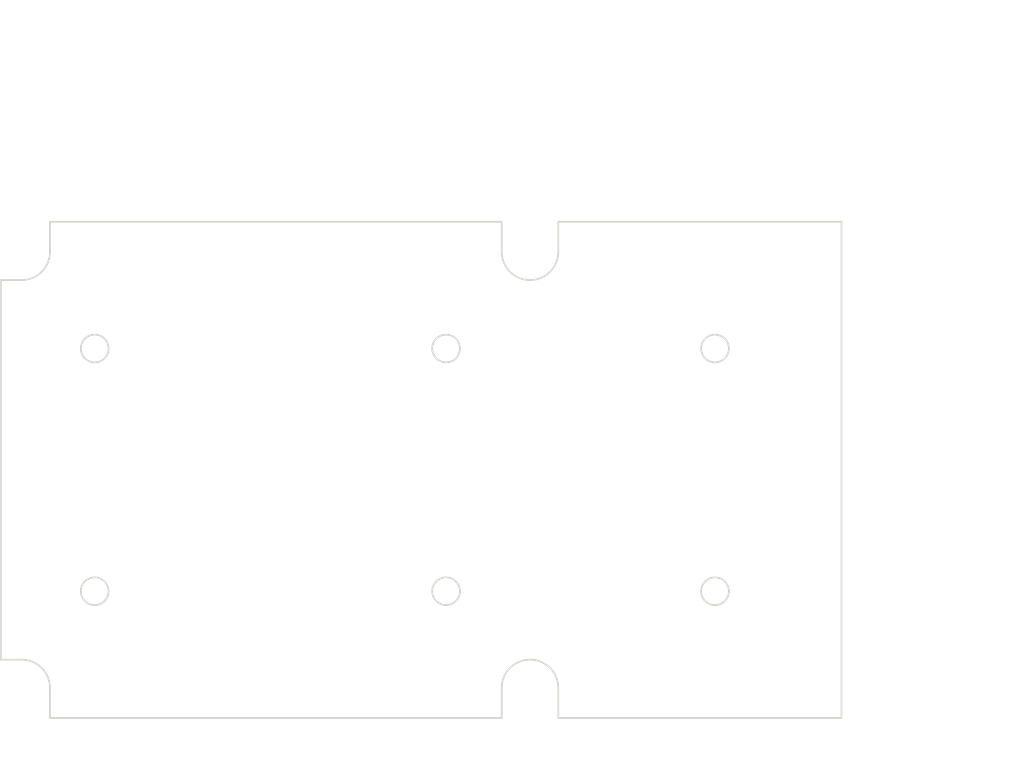
<source format=kicad_pcb>
(kicad_pcb (version 20171130) (host pcbnew "(5.1.0)-1")

  (general
    (thickness 1.6)
    (drawings 93)
    (tracks 0)
    (zones 0)
    (modules 0)
    (nets 1)
  )

  (page A4)
  (layers
    (0 F.Cu signal)
    (31 B.Cu signal)
    (32 B.Adhes user)
    (33 F.Adhes user)
    (34 B.Paste user)
    (35 F.Paste user)
    (36 B.SilkS user)
    (37 F.SilkS user)
    (38 B.Mask user)
    (39 F.Mask user)
    (40 Dwgs.User user)
    (41 Cmts.User user)
    (42 Eco1.User user)
    (43 Eco2.User user)
    (44 Edge.Cuts user)
    (45 Margin user)
    (46 B.CrtYd user)
    (47 F.CrtYd user)
    (48 B.Fab user)
    (49 F.Fab user)
  )

  (setup
    (last_trace_width 0.25)
    (trace_clearance 0.2)
    (zone_clearance 0.508)
    (zone_45_only no)
    (trace_min 0.2)
    (via_size 0.8)
    (via_drill 0.4)
    (via_min_size 0.4)
    (via_min_drill 0.3)
    (uvia_size 0.3)
    (uvia_drill 0.1)
    (uvias_allowed no)
    (uvia_min_size 0.2)
    (uvia_min_drill 0.1)
    (edge_width 0.05)
    (segment_width 0.2)
    (pcb_text_width 0.3)
    (pcb_text_size 1.5 1.5)
    (mod_edge_width 0.12)
    (mod_text_size 1 1)
    (mod_text_width 0.15)
    (pad_size 1.524 1.524)
    (pad_drill 0.762)
    (pad_to_mask_clearance 0.051)
    (solder_mask_min_width 0.25)
    (aux_axis_origin 0 0)
    (visible_elements FFFFFF7F)
    (pcbplotparams
      (layerselection 0x010fc_ffffffff)
      (usegerberextensions false)
      (usegerberattributes false)
      (usegerberadvancedattributes false)
      (creategerberjobfile false)
      (excludeedgelayer true)
      (linewidth 0.152400)
      (plotframeref false)
      (viasonmask false)
      (mode 1)
      (useauxorigin false)
      (hpglpennumber 1)
      (hpglpenspeed 20)
      (hpglpendiameter 15.000000)
      (psnegative false)
      (psa4output false)
      (plotreference true)
      (plotvalue true)
      (plotinvisibletext false)
      (padsonsilk false)
      (subtractmaskfromsilk false)
      (outputformat 1)
      (mirror false)
      (drillshape 1)
      (scaleselection 1)
      (outputdirectory ""))
  )

  (net 0 "")

  (net_class Default "This is the default net class."
    (clearance 0.2)
    (trace_width 0.25)
    (via_dia 0.8)
    (via_drill 0.4)
    (uvia_dia 0.3)
    (uvia_drill 0.1)
  )

  (gr_line (start 110.320182 130.632597) (end 110.320182 127.168221) (layer Edge.Cuts) (width 0.2))
  (gr_line (start 162.398724 130.632597) (end 110.320182 130.632597) (layer Edge.Cuts) (width 0.2))
  (gr_line (start 162.398724 127.168221) (end 162.398724 130.632597) (layer Edge.Cuts) (width 0.2))
  (gr_arc (start 165.659453 127.168221) (end 168.920182 127.168221) (angle -180) (layer Edge.Cuts) (width 0.2))
  (gr_line (start 168.920182 130.632597) (end 168.920182 127.168221) (layer Edge.Cuts) (width 0.2))
  (gr_line (start 201.559453 130.632597) (end 168.920182 130.632597) (layer Edge.Cuts) (width 0.2))
  (gr_line (start 201.559453 73.403844) (end 201.559453 130.632597) (layer Edge.Cuts) (width 0.2))
  (gr_line (start 168.920182 73.403844) (end 201.559453 73.403844) (layer Edge.Cuts) (width 0.2))
  (gr_line (start 168.920182 76.868221) (end 168.920182 73.403844) (layer Edge.Cuts) (width 0.2))
  (gr_arc (start 165.659453 76.868221) (end 162.398724 76.868221) (angle -180) (layer Edge.Cuts) (width 0.2))
  (gr_line (start 162.398724 73.403844) (end 162.398724 76.868221) (layer Edge.Cuts) (width 0.2))
  (gr_line (start 110.320182 73.403844) (end 162.398724 73.403844) (layer Edge.Cuts) (width 0.2))
  (gr_line (start 110.320182 76.868221) (end 110.320182 73.403844) (layer Edge.Cuts) (width 0.2))
  (gr_arc (start 107.059453 76.868221) (end 107.059453 80.12895) (angle -90) (layer Edge.Cuts) (width 0.2))
  (gr_line (start 104.664787 80.12895) (end 107.059453 80.12895) (layer Edge.Cuts) (width 0.2))
  (gr_line (start 104.664787 123.907492) (end 104.664787 80.12895) (layer Edge.Cuts) (width 0.2))
  (gr_line (start 107.059453 123.907492) (end 104.664787 123.907492) (layer Edge.Cuts) (width 0.2))
  (gr_arc (start 107.059453 127.168221) (end 110.320182 127.168221) (angle -90) (layer Edge.Cuts) (width 0.2))
  (gr_circle (center 115.480787 88.018221) (end 117.080787 88.018221) (layer Edge.Cuts) (width 0.2))
  (gr_circle (center 186.980787 88.018221) (end 188.580787 88.018221) (layer Edge.Cuts) (width 0.2))
  (gr_circle (center 155.980787 116.018221) (end 157.580787 116.018221) (layer Edge.Cuts) (width 0.2))
  (gr_circle (center 115.480787 116.018221) (end 117.080787 116.018221) (layer Edge.Cuts) (width 0.2))
  (gr_circle (center 186.980787 116.018221) (end 188.580787 116.018221) (layer Edge.Cuts) (width 0.2))
  (gr_circle (center 155.980787 88.018221) (end 157.580787 88.018221) (layer Edge.Cuts) (width 0.2))
  (gr_text [2.05] (at 136.359453 61.289209) (layer Dwgs.User)
    (effects (font (size 1.7 1.53) (thickness 0.2125)))
  )
  (gr_text " 52.08" (at 136.359453 57.731774) (layer Dwgs.User)
    (effects (font (size 1.7 1.53) (thickness 0.2125)))
  )
  (gr_line (start 160.398724 59.399748) (end 140.408703 59.399748) (layer Dwgs.User) (width 0.2))
  (gr_line (start 112.320182 59.399748) (end 132.310203 59.399748) (layer Dwgs.User) (width 0.2))
  (gr_line (start 162.398724 72.403844) (end 162.398724 56.224748) (layer Dwgs.User) (width 0.2))
  (gr_line (start 110.320182 72.403844) (end 110.320182 56.224748) (layer Dwgs.User) (width 0.2))
  (gr_line (start 115.480787 88.108221) (end 115.480787 87.928221) (layer Dwgs.User) (width 0.2))
  (gr_line (start 115.390787 88.018221) (end 115.570787 88.018221) (layer Dwgs.User) (width 0.2))
  (gr_text " ∅3.20\n[∅0.13]" (at 126.72377 92.429328) (layer Dwgs.User)
    (effects (font (size 1.7 1.53) (thickness 0.2125)))
  )
  (gr_line (start 120.186901 92.429328) (end 118.107364 90.480149) (layer Dwgs.User) (width 0.2))
  (gr_line (start 122.186901 92.429328) (end 120.186901 92.429328) (layer Dwgs.User) (width 0.2))
  (gr_text [R0.13] (at 123.974154 83.61313) (layer Dwgs.User)
    (effects (font (size 1.7 1.53) (thickness 0.2125)))
  )
  (gr_text " R3.26" (at 123.974154 80.055115) (layer Dwgs.User)
    (effects (font (size 1.7 1.53) (thickness 0.2125)))
  )
  (gr_line (start 117.503383 81.723669) (end 111.82985 79.086008) (layer Dwgs.User) (width 0.2))
  (gr_line (start 119.503383 81.723669) (end 117.503383 81.723669) (layer Dwgs.User) (width 0.2))
  (gr_text [1.22] (at 171.480787 136.142901) (layer Dwgs.User)
    (effects (font (size 1.7 1.53) (thickness 0.2125)))
  )
  (gr_text " 31.00" (at 171.480787 132.584886) (layer Dwgs.User)
    (effects (font (size 1.7 1.53) (thickness 0.2125)))
  )
  (gr_line (start 157.980787 134.25344) (end 167.436176 134.25344) (layer Dwgs.User) (width 0.2))
  (gr_line (start 184.980787 134.25344) (end 175.525399 134.25344) (layer Dwgs.User) (width 0.2))
  (gr_line (start 155.980787 117.018221) (end 155.980787 137.42844) (layer Dwgs.User) (width 0.2))
  (gr_line (start 186.980787 117.018221) (end 186.980787 137.42844) (layer Dwgs.User) (width 0.2))
  (gr_text [.58] (at 206.440495 125.21487) (layer Dwgs.User)
    (effects (font (size 1.7 1.53) (thickness 0.2125)))
  )
  (gr_text " 14.61" (at 206.440495 121.657435) (layer Dwgs.User)
    (effects (font (size 1.7 1.53) (thickness 0.2125)))
  )
  (gr_line (start 206.440495 118.018221) (end 206.440495 119.767974) (layer Dwgs.User) (width 0.2))
  (gr_line (start 206.440495 128.632597) (end 206.440495 126.882844) (layer Dwgs.User) (width 0.2))
  (gr_line (start 187.980787 116.018221) (end 209.615495 116.018221) (layer Dwgs.User) (width 0.2))
  (gr_line (start 202.559453 130.632597) (end 209.615495 130.632597) (layer Dwgs.User) (width 0.2))
  (gr_text [.57] (at 194.27012 136.839996) (layer Dwgs.User)
    (effects (font (size 1.7 1.53) (thickness 0.2125)))
  )
  (gr_text " 14.58" (at 194.27012 133.286039) (layer Dwgs.User)
    (effects (font (size 1.7 1.53) (thickness 0.2125)))
  )
  (gr_line (start 188.980787 134.954013) (end 190.22087 134.954013) (layer Dwgs.User) (width 0.2))
  (gr_line (start 199.559453 134.954013) (end 198.31937 134.954013) (layer Dwgs.User) (width 0.2))
  (gr_line (start 186.980787 117.018221) (end 186.980787 138.129013) (layer Dwgs.User) (width 0.2))
  (gr_line (start 201.559453 131.632597) (end 201.559453 138.129013) (layer Dwgs.User) (width 0.2))
  (gr_text [1.10] (at 206.540833 103.907682) (layer Dwgs.User)
    (effects (font (size 1.7 1.53) (thickness 0.2125)))
  )
  (gr_text " 28.00" (at 206.540833 100.350247) (layer Dwgs.User)
    (effects (font (size 1.7 1.53) (thickness 0.2125)))
  )
  (gr_line (start 206.540833 114.018221) (end 206.540833 105.575656) (layer Dwgs.User) (width 0.2))
  (gr_line (start 206.540833 90.018221) (end 206.540833 98.460785) (layer Dwgs.User) (width 0.2))
  (gr_line (start 187.980787 116.018221) (end 209.715833 116.018221) (layer Dwgs.User) (width 0.2))
  (gr_line (start 187.980787 88.018221) (end 209.715833 88.018221) (layer Dwgs.User) (width 0.2))
  (gr_text [.14] (at 148.165627 67.320973) (layer Dwgs.User)
    (effects (font (size 1.7 1.53) (thickness 0.2125)))
  )
  (gr_text " 3.46" (at 148.165627 63.762958) (layer Dwgs.User)
    (effects (font (size 1.7 1.53) (thickness 0.2125)))
  )
  (gr_line (start 142.779099 65.431512) (end 144.779099 65.431512) (layer Dwgs.User) (width 0.2))
  (gr_line (start 142.779099 71.403844) (end 142.779099 65.431512) (layer Dwgs.User) (width 0.2))
  (gr_line (start 142.779099 78.868221) (end 142.779099 80.868221) (layer Dwgs.User) (width 0.2))
  (gr_line (start 164.659453 76.868221) (end 139.604099 76.868221) (layer Dwgs.User) (width 0.2))
  (gr_text [.26] (at 157.020313 70.615673) (layer Dwgs.User)
    (effects (font (size 1.7 1.53) (thickness 0.2125)))
  )
  (gr_text " 6.52" (at 157.020313 67.058238) (layer Dwgs.User)
    (effects (font (size 1.7 1.53) (thickness 0.2125)))
  )
  (gr_line (start 162.398724 68.726212) (end 160.398724 68.726212) (layer Dwgs.User) (width 0.2))
  (gr_line (start 166.920182 68.726212) (end 164.398724 68.726212) (layer Dwgs.User) (width 0.2))
  (gr_line (start 162.398724 72.403844) (end 162.398724 65.551212) (layer Dwgs.User) (width 0.2))
  (gr_line (start 168.920182 72.403844) (end 168.920182 65.551212) (layer Dwgs.User) (width 0.2))
  (gr_text [1.29] (at 185.239817 70.543202) (layer Dwgs.User)
    (effects (font (size 1.7 1.53) (thickness 0.2125)))
  )
  (gr_text " 32.64" (at 185.239817 66.985187) (layer Dwgs.User)
    (effects (font (size 1.7 1.53) (thickness 0.2125)))
  )
  (gr_line (start 199.559453 68.65374) (end 189.283849 68.65374) (layer Dwgs.User) (width 0.2))
  (gr_line (start 170.920182 68.65374) (end 181.195786 68.65374) (layer Dwgs.User) (width 0.2))
  (gr_line (start 201.559453 72.403844) (end 201.559453 65.47874) (layer Dwgs.User) (width 0.2))
  (gr_line (start 168.920182 72.403844) (end 168.920182 65.47874) (layer Dwgs.User) (width 0.2))
  (gr_text [2.25] (at 218.575706 103.907682) (layer Dwgs.User)
    (effects (font (size 1.7 1.53) (thickness 0.2125)))
  )
  (gr_text " 57.23" (at 218.575706 100.349667) (layer Dwgs.User)
    (effects (font (size 1.7 1.53) (thickness 0.2125)))
  )
  (gr_line (start 218.575706 128.632597) (end 218.575706 105.576236) (layer Dwgs.User) (width 0.2))
  (gr_line (start 218.575706 75.403844) (end 218.575706 98.460206) (layer Dwgs.User) (width 0.2))
  (gr_line (start 202.559453 130.632597) (end 221.750706 130.632597) (layer Dwgs.User) (width 0.2))
  (gr_line (start 202.559453 73.403844) (end 221.750706 73.403844) (layer Dwgs.User) (width 0.2))
  (gr_text [3.81] (at 153.11212 52.987076) (layer Dwgs.User)
    (effects (font (size 1.7 1.53) (thickness 0.2125)))
  )
  (gr_text " 96.89" (at 153.11212 49.429641) (layer Dwgs.User)
    (effects (font (size 1.7 1.53) (thickness 0.2125)))
  )
  (gr_line (start 199.559453 51.097615) (end 157.16137 51.097615) (layer Dwgs.User) (width 0.2))
  (gr_line (start 106.664787 51.097615) (end 149.06287 51.097615) (layer Dwgs.User) (width 0.2))
  (gr_line (start 201.559453 72.403844) (end 201.559453 47.922615) (layer Dwgs.User) (width 0.2))
  (gr_line (start 104.664787 79.12895) (end 104.664787 47.922615) (layer Dwgs.User) (width 0.2))

)

</source>
